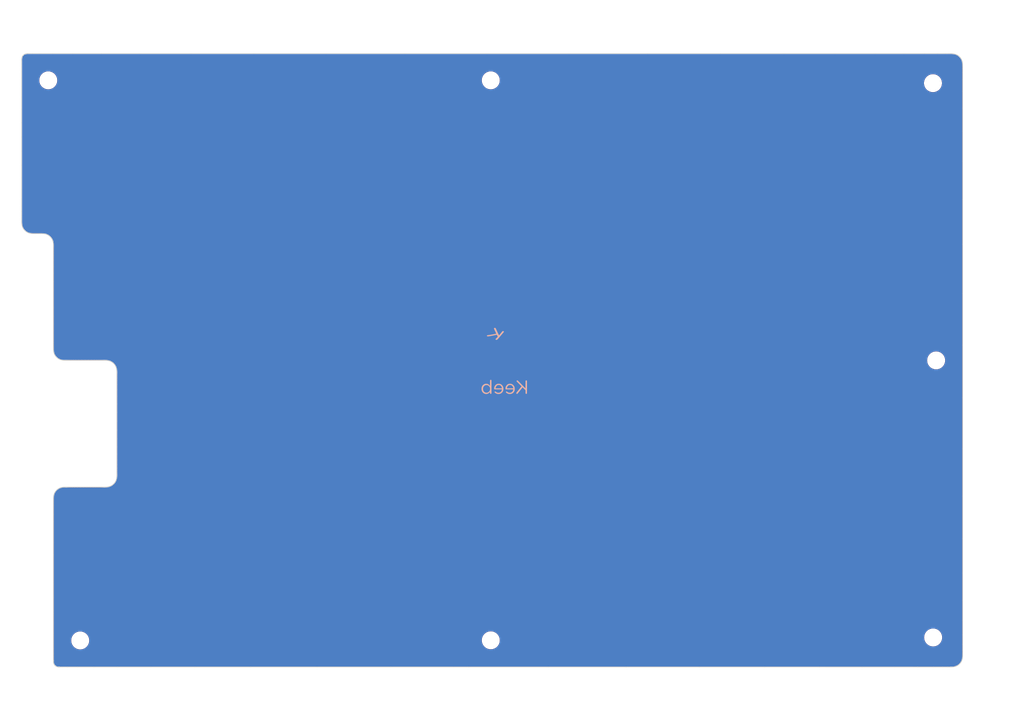
<source format=kicad_pcb>
(kicad_pcb (version 20221018) (generator pcbnew)
  (layers (0 "F.Cu" signal) (31 "B.Cu" signal) (34 "B.Paste" user) (35 "F.Paste" user) (36 "B.SilkS" user "B.Silkscreen") (37 "F.SilkS" user "F.Silkscreen") (38 "B.Mask" user) (39 "F.Mask" user) (44 "Edge.Cuts" user))
  (net 0 "")
  (footprint "Mounting_Holes:MountingHole_2.2mm_M2" (layer "B.Cu") (at 23.55 37.1)
    (fp_text reference "REF**" hide)
    (fp_text value "MountingHole_2.2mm_M2" hide)
    (pad "" np_thru_hole circle (at 0 0) (size 2.2 2.2) (drill 2.2) (layers "*.Cu" "*.Mask"))
  )
  (footprint "Mounting_Holes:MountingHole_2.2mm_M2" (layer "B.Cu") (at 90.025 37.1)
    (fp_text reference "REF**" hide)
    (fp_text value "MountingHole_2.2mm_M2" hide)
    (pad "" np_thru_hole circle (at 0 0) (size 2.2 2.2) (drill 2.2) (layers "*.Cu" "*.Mask"))
  )
  (footprint "Mounting_Holes:MountingHole_2.2mm_M2" (layer "B.Cu") (at 156.45 37.525)
    (fp_text reference "REF**" hide)
    (fp_text value "MountingHole_2.2mm_M2" hide)
    (pad "" np_thru_hole circle (at 0 0) (size 2.2 2.2) (drill 2.2) (layers "*.Cu" "*.Mask"))
  )
  (footprint "Mounting_Holes:MountingHole_2.2mm_M2" (layer "B.Cu") (at 156.925 79.2)
    (fp_text reference "REF**" hide)
    (fp_text value "MountingHole_2.2mm_M2" hide)
    (pad "" np_thru_hole circle (at 0 0) (size 2.2 2.2) (drill 2.2) (layers "*.Cu" "*.Mask"))
  )
  (footprint "Mounting_Holes:MountingHole_2.2mm_M2" (layer "B.Cu") (at 156.475 120.85)
    (fp_text reference "REF**" hide)
    (fp_text value "MountingHole_2.2mm_M2" hide)
    (pad "" np_thru_hole circle (at 0 0) (size 2.2 2.2) (drill 2.2) (layers "*.Cu" "*.Mask"))
  )
  (footprint "Mounting_Holes:MountingHole_2.2mm_M2" (layer "B.Cu") (at 90.025 121.275)
    (fp_text reference "REF**" hide)
    (fp_text value "MountingHole_2.2mm_M2" hide)
    (pad "" np_thru_hole circle (at 0 0) (size 2.2 2.2) (drill 2.2) (layers "*.Cu" "*.Mask"))
  )
  (footprint "Mounting_Holes:MountingHole_2.2mm_M2" (layer "B.Cu") (at 28.35 121.3)
    (fp_text reference "REF**" hide)
    (fp_text value "MountingHole_2.2mm_M2" hide)
    (pad "" np_thru_hole circle (at 0 0) (size 2.2 2.2) (drill 2.2) (layers "*.Cu" "*.Mask"))
  )
  (footprint "Keebio-Art:Keebio-TwoTone" (layer "B.Cu") (at 90.7 78.575 180)
    (fp_text reference "G***" hide)
    (fp_text value "LOGO" hide)
  )
  (gr_line (start 139.399376 125.292731) (end 131.178477 125.292655) (stroke (width 0.1)) (layer "Edge.Cuts"))
  (gr_line (start 25.244029 79.037929) (end 25.126577 78.977274) (stroke (width 0.1)) (layer "Edge.Cuts"))
  (gr_line (start 32.059573 79.191686) (end 31.994671 79.191668) (stroke (width 0.1)) (layer "Edge.Cuts"))
  (gr_line (start 160.911855 61.732023) (end 160.911855 69.136973) (stroke (width 0.1)) (layer "Edge.Cuts"))
  (gr_line (start 159.352025 125.286169) (end 159.25394 125.290932) (stroke (width 0.1)) (layer "Edge.Cuts"))
  (gr_line (start 26.583295 79.191668) (end 26.452992 79.191668) (stroke (width 0.1)) (layer "Edge.Cuts"))
  (gr_line (start 25.077738 98.485479) (end 25.193523 98.419778) (stroke (width 0.1)) (layer "Edge.Cuts"))
  (gr_line (start 32.332937 79.201738) (end 32.230711 79.195223) (stroke (width 0.1)) (layer "Edge.Cuts"))
  (gr_line (start 20.309657 59.894332) (end 20.198878 59.817115) (stroke (width 0.1)) (layer "Edge.Cuts"))
  (gr_line (start 22.246709 60.141668) (end 22.208934 60.141668) (stroke (width 0.1)) (layer "Edge.Cuts"))
  (gr_line (start 160.911855 35.032885) (end 160.911855 35.317473) (stroke (width 0.1)) (layer "Edge.Cuts"))
  (gr_line (start 159.985017 33.24274) (end 160.102647 33.302799) (stroke (width 0.1)) (layer "Edge.Cuts"))
  (gr_line (start 20.425236 59.960601) (end 20.309657 59.894332) (stroke (width 0.1)) (layer "Edge.Cuts"))
  (gr_line (start 24.331742 99.774161) (end 24.342498 99.664989) (stroke (width 0.1)) (layer "Edge.Cuts"))
  (gr_line (start 29.356594 98.241668) (end 29.839945 98.241668) (stroke (width 0.1)) (layer "Edge.Cuts"))
  (gr_line (start 19.643671 33.541078) (end 19.675385 33.482549) (stroke (width 0.1)) (layer "Edge.Cuts"))
  (gr_line (start 160.102647 33.302799) (end 160.21609 33.374419) (stroke (width 0.1)) (layer "Edge.Cuts"))
  (gr_line (start 24.422906 124.879127) (end 24.39399 124.820249) (stroke (width 0.1)) (layer "Edge.Cuts"))
  (gr_line (start 157.91962 125.292902) (end 156.482888 125.292889) (stroke (width 0.1)) (layer "Edge.Cuts"))
  (gr_line (start 24.643651 125.132022) (end 24.591286 125.088916) (stroke (width 0.1)) (layer "Edge.Cuts"))
  (gr_line (start 33.84554 96.599133) (end 33.847672 96.510354) (stroke (width 0.1)) (layer "Edge.Cuts"))
  (gr_line (start 33.770932 80.322567) (end 33.731134 80.201273) (stroke (width 0.1)) (layer "Edge.Cuts"))
  (gr_line (start 19.675385 33.482549) (end 19.712746 33.426275) (stroke (width 0.1)) (layer "Edge.Cuts"))
  (gr_line (start 24.593324 98.955694) (end 24.673712 98.84665) (stroke (width 0.1)) (layer "Edge.Cuts"))
  (gr_line (start 19.562988 33.890211) (end 19.566867 33.837738) (stroke (width 0.1)) (layer "Edge.Cuts"))
  (gr_line (start 33.848056 81.301514) (end 33.848056 81.172087) (stroke (width 0.1)) (layer "Edge.Cuts"))
  (gr_line (start 33.75531 97.16251) (end 33.789046 97.041357) (stroke (width 0.1)) (layer "Edge.Cuts"))
  (gr_line (start 26.522698 98.241668) (end 26.678432 98.241668) (stroke (width 0.1)) (layer "Edge.Cuts"))
  (gr_line (start 26.107969 79.191643) (end 26.028026 79.190879) (stroke (width 0.1)) (layer "Edge.Cuts"))
  (gr_line (start 24.323056 77.353913) (end 24.323056 77.290428) (stroke (width 0.1)) (layer "Edge.Cuts"))
  (gr_line (start 24.323056 100.572498) (end 24.323056 100.329418) (stroke (width 0.1)) (layer "Edge.Cuts"))
  (gr_line (start 53.954713 125.291942) (end 45.558286 125.291864) (stroke (width 0.1)) (layer "Edge.Cuts"))
  (gr_line (start 86.730226 125.292244) (end 74.994157 125.292136) (stroke (width 0.1)) (layer "Edge.Cuts"))
  (gr_line (start 33.653843 97.401964) (end 33.710682 97.283431) (stroke (width 0.1)) (layer "Edge.Cuts"))
  (gr_line (start 20.022675 33.16881) (end 20.083084 33.144558) (stroke (width 0.1)) (layer "Edge.Cuts"))
  (gr_line (start 24.323056 76.865628) (end 24.323056 76.55432) (stroke (width 0.1)) (layer "Edge.Cuts"))
  (gr_line (start 33.848056 87.001093) (end 33.848056 85.737707) (stroke (width 0.1)) (layer "Edge.Cuts"))
  (gr_line (start 24.936637 125.265885) (end 24.876445 125.250378) (stroke (width 0.1)) (layer "Edge.Cuts"))
  (gr_line (start 160.909339 123.650378) (end 160.903935 123.750105) (stroke (width 0.1)) (layer "Edge.Cuts"))
  (gr_line (start 110.362558 125.292463) (end 98.671193 125.292355) (stroke (width 0.1)) (layer "Edge.Cuts"))
  (gr_line (start 19.560991 58.41443) (end 19.560558 58.338133) (stroke (width 0.1)) (layer "Edge.Cuts"))
  (gr_line (start 24.323056 68.643444) (end 24.323056 67.339112) (stroke (width 0.1)) (layer "Edge.Cuts"))
  (gr_line (start 19.75788 59.307703) (end 19.700433 59.189332) (stroke (width 0.1)) (layer "Edge.Cuts"))
  (gr_line (start 25.63963 125.29168) (end 25.312443 125.291677) (stroke (width 0.1)) (layer "Edge.Cuts"))
  (gr_line (start 26.261919 98.241668) (end 26.325716 98.241668) (stroke (width 0.1)) (layer "Edge.Cuts"))
  (gr_line (start 24.323056 112.6747) (end 24.323056 110.528668) (stroke (width 0.1)) (layer "Edge.Cuts"))
  (gr_line (start 24.322621 61.868906) (end 24.320364 61.779536) (stroke (width 0.1)) (layer "Edge.Cuts"))
  (gr_line (start 160.911855 118.284439) (end 160.911855 120.448525) (stroke (width 0.1)) (layer "Edge.Cuts"))
  (gr_line (start 24.323056 124.203383) (end 24.323056 124.032343) (stroke (width 0.1)) (layer "Edge.Cuts"))
  (gr_line (start 32.395404 98.225611) (end 32.509407 98.21023) (stroke (width 0.1)) (layer "Edge.Cuts"))
  (gr_line (start 24.323056 65.052312) (end 24.323056 64.169758) (stroke (width 0.1)) (layer "Edge.Cuts"))
  (gr_line (start 24.323056 62.182398) (end 24.323056 62.078678) (stroke (width 0.1)) (layer "Edge.Cuts"))
  (gr_line (start 33.846761 80.873512) (end 33.842937 80.778178) (stroke (width 0.1)) (layer "Edge.Cuts"))
  (gr_line (start 26.452992 79.191668) (end 26.358141 79.191668) (stroke (width 0.1)) (layer "Edge.Cuts"))
  (gr_line (start 24.323301 124.43338) (end 24.323058 124.39503) (stroke (width 0.1)) (layer "Edge.Cuts"))
  (gr_line (start 19.827134 59.422136) (end 19.75788 59.307703) (stroke (width 0.1)) (layer "Edge.Cuts"))
  (gr_line (start 31.938708 79.191668) (end 31.880564 79.191668) (stroke (width 0.1)) (layer "Edge.Cuts"))
  (gr_line (start 24.34132 124.640209) (end 24.33274 124.582715) (stroke (width 0.1)) (layer "Edge.Cuts"))
  (gr_line (start 24.325933 99.874843) (end 24.331742 99.774161) (stroke (width 0.1)) (layer "Edge.Cuts"))
  (gr_line (start 24.323056 102.342369) (end 24.323056 101.536179) (stroke (width 0.1)) (layer "Edge.Cuts"))
  (gr_line (start 33.848055 96.434757) (end 33.848056 96.37151) (stroke (width 0.1)) (layer "Edge.Cuts"))
  (gr_line (start 31.808964 79.191668) (end 31.712633 79.191668) (stroke (width 0.1)) (layer "Edge.Cuts"))
  (gr_line (start 33.679586 80.081489) (end 33.6158 79.965037) (stroke (width 0.1)) (layer "Edge.Cuts"))
  (gr_line (start 31.540339 33.091668) (end 37.384548 33.091668) (stroke (width 0.1)) (layer "Edge.Cuts"))
  (gr_line (start 19.560556 51.77736) (end 19.560556 49.837355) (stroke (width 0.1)) (layer "Edge.Cuts"))
  (gr_line (start 19.560556 47.753185) (end 19.560556 45.606655) (stroke (width 0.1)) (layer "Edge.Cuts"))
  (gr_line (start 24.384944 99.430115) (end 24.419684 99.308885) (stroke (width 0.1)) (layer "Edge.Cuts"))
  (gr_line (start 21.605803 60.141668) (end 21.578205 60.141668) (stroke (width 0.1)) (layer "Edge.Cuts"))
  (gr_line (start 24.324243 77.505424) (end 24.323133 77.422633) (stroke (width 0.1)) (layer "Edge.Cuts"))
  (gr_line (start 24.323056 122.526528) (end 24.323056 121.557308) (stroke (width 0.1)) (layer "Edge.Cuts"))
  (gr_line (start 33.829934 96.807295) (end 33.840136 96.698859) (stroke (width 0.1)) (layer "Edge.Cuts"))
  (gr_line (start 33.848056 93.282354) (end 33.848056 92.201511) (stroke (width 0.1)) (layer "Edge.Cuts"))
  (gr_line (start 22.398929 60.141668) (end 22.362793 60.141668) (stroke (width 0.1)) (layer "Edge.Cuts"))
  (gr_line (start 20.083084 33.144558) (end 20.143959 33.12601) (stroke (width 0.1)) (layer "Edge.Cuts"))
  (gr_line (start 32.509407 98.21023) (end 32.628015 98.187254) (stroke (width 0.1)) (layer "Edge.Cuts"))
  (gr_line (start 20.369685 33.093563) (end 20.416064 33.092064) (stroke (width 0.1)) (layer "Edge.Cuts"))
  (gr_line (start 22.864955 60.157137) (end 22.758188 60.148086) (stroke (width 0.1)) (layer "Edge.Cuts"))
  (gr_line (start 33.848056 85.737707) (end 33.848056 84.591401) (stroke (width 0.1)) (layer "Edge.Cuts"))
  (gr_line (start 23.458376 60.322735) (end 23.33918 60.268542) (stroke (width 0.1)) (layer "Edge.Cuts"))
  (gr_line (start 160.425738 33.547666) (end 160.519608 33.646957) (stroke (width 0.1)) (layer "Edge.Cuts"))
  (gr_line (start 158.851089 33.091667) (end 159.050729 33.091667) (stroke (width 0.1)) (layer "Edge.Cuts"))
  (gr_line (start 19.560556 57.795609) (end 19.560556 57.399506) (stroke (width 0.1)) (layer "Edge.Cuts"))
  (gr_line (start 160.906736 34.678177) (end 160.910559 34.773511) (stroke (width 0.1)) (layer "Edge.Cuts"))
  (gr_line (start 26.325716 98.241668) (end 26.408884 98.241668) (stroke (width 0.1)) (layer "Edge.Cuts"))
  (gr_line (start 160.911855 120.448525) (end 160.911855 121.891201) (stroke (width 0.1)) (layer "Edge.Cuts"))
  (gr_line (start 24.369407 77.934325) (end 24.34896 77.816911) (stroke (width 0.1)) (layer "Edge.Cuts"))
  (gr_line (start 23.097108 60.194752) (end 22.978674 60.172185) (stroke (width 0.1)) (layer "Edge.Cuts"))
  (gr_line (start 33.848056 92.201511) (end 33.848056 90.981767) (stroke (width 0.1)) (layer "Edge.Cuts"))
  (gr_line (start 24.419684 99.308885) (end 24.465466 99.188109) (stroke (width 0.1)) (layer "Edge.Cuts"))
  (gr_line (start 31.994671 79.191668) (end 31.938708 79.191668) (stroke (width 0.1)) (layer "Edge.Cuts"))
  (gr_line (start 26.075565 98.241844) (end 26.147338 98.241668) (stroke (width 0.1)) (layer "Edge.Cuts"))
  (gr_line (start 33.977388 125.291757) (end 30.382224 125.291724) (stroke (width 0.1)) (layer "Edge.Cuts"))
  (gr_line (start 20.456177 33.09168) (end 20.495167 33.091668) (stroke (width 0.1)) (layer "Edge.Cuts"))
  (gr_line (start 24.324489 124.478187) (end 24.323301 124.43338) (stroke (width 0.1)) (layer "Edge.Cuts"))
  (gr_line (start 160.911855 99.617628) (end 160.911855 105.952659) (stroke (width 0.1)) (layer "Edge.Cuts"))
  (gr_line (start 156.482888 125.292889) (end 154.141628 125.292867) (stroke (width 0.1)) (layer "Edge.Cuts"))
  (gr_line (start 159.573192 125.261479) (end 159.459188 125.276859) (stroke (width 0.1)) (layer "Edge.Cuts"))
  (gr_line (start 21.125424 60.13525) (end 21.018657 60.126199) (stroke (width 0.1)) (layer "Edge.Cuts"))
  (gr_line (start 24.876445 125.250378) (end 24.816076 125.229645) (stroke (width 0.1)) (layer "Edge.Cuts"))
  (gr_line (start 19.560556 34.14691) (end 19.560556 34.056607) (stroke (width 0.1)) (layer "Edge.Cuts"))
  (gr_line (start 27.676621 79.191668) (end 27.299641 79.191668) (stroke (width 0.1)) (layer "Edge.Cuts"))
  (gr_line (start 24.323056 124.277166) (end 24.323056 124.203383) (stroke (width 0.1)) (layer "Edge.Cuts"))
  (gr_line (start 121.349819 125.292564) (end 110.362558 125.292463) (stroke (width 0.1)) (layer "Edge.Cuts"))
  (gr_line (start 26.760324 79.191668) (end 26.583295 79.191668) (stroke (width 0.1)) (layer "Edge.Cuts"))
  (gr_line (start 160.893733 123.858542) (end 160.877211 123.973454) (stroke (width 0.1)) (layer "Edge.Cuts"))
  (gr_line (start 24.323056 117.291668) (end 24.323056 117.291668) (stroke (width 0.1)) (layer "Edge.Cuts"))
  (gr_line (start 30.854545 79.191668) (end 30.474331 79.191668) (stroke (width 0.1)) (layer "Edge.Cuts"))
  (gr_line (start 26.206218 98.241668) (end 26.261919 98.241668) (stroke (width 0.1)) (layer "Edge.Cuts"))
  (gr_line (start 24.488699 78.296024) (end 24.437758 78.176115) (stroke (width 0.1)) (layer "Edge.Cuts"))
  (gr_line (start 32.190157 98.239686) (end 32.288242 98.234922) (stroke (width 0.1)) (layer "Edge.Cuts"))
  (gr_line (start 25.554905 98.293443) (end 25.673159 98.271281) (stroke (width 0.1)) (layer "Edge.Cuts"))
  (gr_line (start 21.907816 60.141668) (end 21.84113 60.141668) (stroke (width 0.1)) (layer "Edge.Cuts"))
  (gr_line (start 19.560556 53.491396) (end 19.560556 51.77736) (stroke (width 0.1)) (layer "Edge.Cuts"))
  (gr_line (start 160.911855 84.805269) (end 160.911855 92.468475) (stroke (width 0.1)) (layer "Edge.Cuts"))
  (gr_line (start 19.560556 35.122262) (end 19.560556 34.637892) (stroke (width 0.1)) (layer "Edge.Cuts"))
  (gr_line (start 25.231784 125.291676) (end 25.195978 125.291588) (stroke (width 0.1)) (layer "Edge.Cuts"))
  (gr_line (start 157.130183 33.091667) (end 158.289981 33.091667) (stroke (width 0.1)) (layer "Edge.Cuts"))
  (gr_line (start 21.778325 60.141668) (end 21.721988 60.141668) (stroke (width 0.1)) (layer "Edge.Cuts"))
  (gr_line (start 32.288242 98.234922) (end 32.395404 98.225611) (stroke (width 0.1)) (layer "Edge.Cuts"))
  (gr_line (start 19.560556 45.606655) (end 19.560556 43.47957) (stroke (width 0.1)) (layer "Edge.Cuts"))
  (gr_line (start 159.294509 33.095221) (end 159.396736 33.101737) (stroke (width 0.1)) (layer "Edge.Cuts"))
  (gr_line (start 160.911855 35.317473) (end 160.911855 35.93248) (stroke (width 0.1)) (layer "Edge.Cuts"))
  (gr_line (start 24.323056 62.971151) (end 24.323056 62.601157) (stroke (width 0.1)) (layer "Edge.Cuts"))
  (gr_line (start 101.746536 33.091667) (end 113.600816 33.091667) (stroke (width 0.1)) (layer "Edge.Cuts"))
  (gr_line (start 24.323056 76.112361) (end 24.323056 75.512274) (stroke (width 0.1)) (layer "Edge.Cuts"))
  (gr_line (start 33.361939 79.647667) (end 33.260377 79.556432) (stroke (width 0.1)) (layer "Edge.Cuts"))
  (gr_line (start 24.323056 106.517645) (end 24.323056 104.816313) (stroke (width 0.1)) (layer "Edge.Cuts"))
  (gr_line (start 24.52352 99.069903) (end 24.593324 98.955694) (stroke (width 0.1)) (layer "Edge.Cuts"))
  (gr_line (start 24.542447 125.041491) (end 24.497717 124.99033) (stroke (width 0.1)) (layer "Edge.Cuts"))
  (gr_line (start 25.605755 79.150347) (end 25.485741 79.123226) (stroke (width 0.1)) (layer "Edge.Cuts"))
  (gr_line (start 20.495167 33.091668) (end 20.657907 33.091668) (stroke (width 0.1)) (layer "Edge.Cuts"))
  (gr_line (start 33.104525 97.990781) (end 33.215037 97.913056) (stroke (width 0.1)) (layer "Edge.Cuts"))
  (gr_line (start 24.591286 125.088916) (end 24.542447 125.041491) (stroke (width 0.1)) (layer "Edge.Cuts"))
  (gr_line (start 65.311784 33.091668) (end 77.131342 33.091667) (stroke (width 0.1)) (layer "Edge.Cuts"))
  (gr_line (start 160.911855 121.891201) (end 160.911855 122.76438) (stroke (width 0.1)) (layer "Edge.Cuts"))
  (gr_line (start 24.327902 77.600225) (end 24.324243 77.505424) (stroke (width 0.1)) (layer "Edge.Cuts"))
  (gr_line (start 33.319523 97.825609) (end 33.416814 97.729608) (stroke (width 0.1)) (layer "Edge.Cuts"))
  (gr_line (start 24.323056 110.528668) (end 24.323056 108.44904) (stroke (width 0.1)) (layer "Edge.Cuts"))
  (gr_line (start 21.84113 60.141668) (end 21.778325 60.141668) (stroke (width 0.1)) (layer "Edge.Cuts"))
  (gr_line (start 24.437758 78.176115) (end 24.398499 78.054805) (stroke (width 0.1)) (layer "Edge.Cuts"))
  (gr_line (start 28.377724 98.241668) (end 28.862923 98.241668) (stroke (width 0.1)) (layer "Edge.Cuts"))
  (gr_line (start 33.848056 90.981767) (end 33.848056 89.674319) (stroke (width 0.1)) (layer "Edge.Cuts"))
  (gr_line (start 24.323056 124.29564) (end 24.323056 124.295011) (stroke (width 0.1)) (layer "Edge.Cuts"))
  (gr_line (start 24.323056 63.484859) (end 24.323056 62.971151) (stroke (width 0.1)) (layer "Edge.Cuts"))
  (gr_line (start 160.911855 115.247026) (end 160.911855 118.284439) (stroke (width 0.1)) (layer "Edge.Cuts"))
  (gr_line (start 134.04935 33.091667) (end 141.759732 33.091667) (stroke (width 0.1)) (layer "Edge.Cuts"))
  (gr_line (start 33.847961 80.956946) (end 33.846761 80.873512) (stroke (width 0.1)) (layer "Edge.Cuts"))
  (gr_line (start 160.604618 33.753137) (end 160.679599 33.865036) (stroke (width 0.1)) (layer "Edge.Cuts"))
  (gr_line (start 24.465466 99.188109) (end 24.52352 99.069903) (stroke (width 0.1)) (layer "Edge.Cuts"))
  (gr_line (start 32.989155 98.057616) (end 33.104525 97.990781) (stroke (width 0.1)) (layer "Edge.Cuts"))
  (gr_line (start 33.848056 89.674319) (end 33.848056 88.330363) (stroke (width 0.1)) (layer "Edge.Cuts"))
  (gr_line (start 30.294186 98.241668) (end 30.700529 98.241668) (stroke (width 0.1)) (layer "Edge.Cuts"))
  (gr_line (start 24.323056 100.188452) (end 24.323056 100.106804) (stroke (width 0.1)) (layer "Edge.Cuts"))
  (gr_line (start 19.560556 58.189701) (end 19.560556 58.044747) (stroke (width 0.1)) (layer "Edge.Cuts"))
  (gr_line (start 24.763515 98.743938) (end 24.861566 98.648727) (stroke (width 0.1)) (layer "Edge.Cuts"))
  (gr_line (start 30.382224 125.291724) (end 27.946334 125.291701) (stroke (width 0.1)) (layer "Edge.Cuts"))
  (gr_line (start 160.911855 38.761405) (end 160.911855 41.279153) (stroke (width 0.1)) (layer "Edge.Cuts"))
  (gr_line (start 160.774479 124.33468) (end 160.717639 124.453214) (stroke (width 0.1)) (layer "Edge.Cuts"))
  (gr_line (start 155.134479 33.091667) (end 157.130183 33.091667) (stroke (width 0.1)) (layer "Edge.Cuts"))
  (gr_line (start 31.400677 79.191668) (end 31.162502 79.191668) (stroke (width 0.1)) (layer "Edge.Cuts"))
  (gr_line (start 160.168315 125.042032) (end 160.052944 125.108867) (stroke (width 0.1)) (layer "Edge.Cuts"))
  (gr_line (start 21.309162 60.141461) (end 21.223005 60.139829) (stroke (width 0.1)) (layer "Edge.Cuts"))
  (gr_line (start 24.327383 124.528336) (end 24.324489 124.478187) (stroke (width 0.1)) (layer "Edge.Cuts"))
  (gr_line (start 27.946334 125.291701) (end 26.441532 125.291688) (stroke (width 0.1)) (layer "Edge.Cuts"))
  (gr_line (start 33.585142 97.516618) (end 33.653843 97.401964) (stroke (width 0.1)) (layer "Edge.Cuts"))
  (gr_line (start 24.359724 99.549561) (end 24.384944 99.430115) (stroke (width 0.1)) (layer "Edge.Cuts"))
  (gr_line (start 23.789543 60.553217) (end 23.684734 60.466221) (stroke (width 0.1)) (layer "Edge.Cuts"))
  (gr_line (start 24.228382 61.214855) (end 24.183179 61.094004) (stroke (width 0.1)) (layer "Edge.Cuts"))
  (gr_line (start 25.052039 125.284255) (end 24.99554 125.276924) (stroke (width 0.1)) (layer "Edge.Cuts"))
  (gr_line (start 24.861566 98.648727) (end 24.966697 98.562185) (stroke (width 0.1)) (layer "Edge.Cuts"))
  (gr_line (start 19.560556 43.47957) (end 19.560556 41.453736) (stroke (width 0.1)) (layer "Edge.Cuts"))
  (gr_line (start 24.323054 61.945204) (end 24.322621 61.868906) (stroke (width 0.1)) (layer "Edge.Cuts"))
  (gr_line (start 45.558286 125.291864) (end 38.960013 125.291803) (stroke (width 0.1)) (layer "Edge.Cuts"))
  (gr_line (start 25.892957 98.247769) (end 25.990027 98.24337) (stroke (width 0.1)) (layer "Edge.Cuts"))
  (gr_line (start 24.323056 66.125003) (end 24.323056 65.052312) (stroke (width 0.1)) (layer "Edge.Cuts"))
  (gr_line (start 21.484683 60.141668) (end 21.439355 60.141668) (stroke (width 0.1)) (layer "Edge.Cuts"))
  (gr_line (start 30.038208 79.191668) (end 29.564966 79.191668) (stroke (width 0.1)) (layer "Edge.Cuts"))
  (gr_line (start 24.673712 98.84665) (end 24.763515 98.743938) (stroke (width 0.1)) (layer "Edge.Cuts"))
  (gr_line (start 19.560556 36.777989) (end 19.560556 35.821679) (stroke (width 0.1)) (layer "Edge.Cuts"))
  (gr_line (start 24.323056 77.206204) (end 24.323056 77.073763) (stroke (width 0.1)) (layer "Edge.Cuts"))
  (gr_line (start 33.848056 94.869021) (end 33.848056 94.174993) (stroke (width 0.1)) (layer "Edge.Cuts"))
  (gr_line (start 160.911855 69.136973) (end 160.911855 76.928078) (stroke (width 0.1)) (layer "Edge.Cuts"))
  (gr_line (start 26.441532 125.291688) (end 25.63963 125.29168) (stroke (width 0.1)) (layer "Edge.Cuts"))
  (gr_line (start 159.050729 33.091667) (end 159.123372 33.091684) (stroke (width 0.1)) (layer "Edge.Cuts"))
  (gr_line (start 22.978674 60.172185) (end 22.864955 60.157137) (stroke (width 0.1)) (layer "Edge.Cuts"))
  (gr_line (start 24.323133 77.422633) (end 24.323056 77.353913) (stroke (width 0.1)) (layer "Edge.Cuts"))
  (gr_line (start 113.600816 33.091667) (end 124.525313 33.091667) (stroke (width 0.1)) (layer "Edge.Cuts"))
  (gr_line (start 24.262618 61.336049) (end 24.228382 61.214855) (stroke (width 0.1)) (layer "Edge.Cuts"))
  (gr_line (start 24.323056 114.805305) (end 24.323056 112.6747) (stroke (width 0.1)) (layer "Edge.Cuts"))
  (gr_line (start 21.018657 60.126199) (end 20.904938 60.111152) (stroke (width 0.1)) (layer "Edge.Cuts"))
  (gr_line (start 33.840136 96.698859) (end 33.84554 96.599133) (stroke (width 0.1)) (layer "Edge.Cuts"))
  (gr_line (start 24.32306 100.041791) (end 24.323547 99.964798) (stroke (width 0.1)) (layer "Edge.Cuts"))
  (gr_line (start 33.540819 79.853138) (end 33.455809 79.746959) (stroke (width 0.1)) (layer "Edge.Cuts"))
  (gr_line (start 159.093945 125.292913) (end 158.996018 125.292912) (stroke (width 0.1)) (layer "Edge.Cuts"))
  (gr_line (start 37.384548 33.091668) (end 45.002139 33.091668) (stroke (width 0.1)) (layer "Edge.Cuts"))
  (gr_line (start 29.073397 79.191668) (end 28.582289 79.191668) (stroke (width 0.1)) (layer "Edge.Cuts"))
  (gr_line (start 24.323056 123.23483) (end 24.323056 122.526528) (stroke (width 0.1)) (layer "Edge.Cuts"))
  (gr_line (start 22.758188 60.148086) (end 22.660607 60.143507) (stroke (width 0.1)) (layer "Edge.Cuts"))
  (gr_line (start 32.138844 79.19238) (end 32.059573 79.191686) (stroke (width 0.1)) (layer "Edge.Cuts"))
  (gr_line (start 19.561152 33.937779) (end 19.562988 33.890211) (stroke (width 0.1)) (layer "Edge.Cuts"))
  (gr_line (start 24.323056 76.55432) (end 24.323056 76.112361) (stroke (width 0.1)) (layer "Edge.Cuts"))
  (gr_line (start 160.480608 124.78086) (end 160.383315 124.87686) (stroke (width 0.1)) (layer "Edge.Cuts"))
  (gr_line (start 22.501951 60.141668) (end 22.444257 60.141668) (stroke (width 0.1)) (layer "Edge.Cuts"))
  (gr_line (start 22.277809 60.141668) (end 22.246709 60.141668) (stroke (width 0.1)) (layer "Edge.Cuts"))
  (gr_line (start 25.195978 125.291588) (end 25.153371 125.290828) (stroke (width 0.1)) (layer "Edge.Cuts"))
  (gr_line (start 24.323056 74.726581) (end 24.323056 73.739075) (stroke (width 0.1)) (layer "Edge.Cuts"))
  (gr_line (start 160.717639 124.453214) (end 160.648938 124.567868) (stroke (width 0.1)) (layer "Edge.Cuts"))
  (gr_line (start 24.323056 100.329418) (end 24.323056 100.188452) (stroke (width 0.1)) (layer "Edge.Cuts"))
  (gr_line (start 38.960013 125.291803) (end 33.977388 125.291757) (stroke (width 0.1)) (layer "Edge.Cuts"))
  (gr_line (start 25.013371 78.905116) (end 24.905578 78.822623) (stroke (width 0.1)) (layer "Edge.Cuts"))
  (gr_line (start 63.917485 125.292034) (end 53.954713 125.291942) (stroke (width 0.1)) (layer "Edge.Cuts"))
  (gr_line (start 160.743385 33.981487) (end 160.794932 34.101272) (stroke (width 0.1)) (layer "Edge.Cuts"))
  (gr_line (start 25.935598 79.187891) (end 25.832919 79.181156) (stroke (width 0.1)) (layer "Edge.Cuts"))
  (gr_line (start 159.396736 33.101737) (end 159.507087 33.113448) (stroke (width 0.1)) (layer "Edge.Cuts"))
  (gr_line (start 27.299641 79.191668) (end 26.995355 79.191668) (stroke (width 0.1)) (layer "Edge.Cuts"))
  (gr_line (start 25.485741 79.123226) (end 25.36442 79.086261) (stroke (width 0.1)) (layer "Edge.Cuts"))
  (gr_line (start 33.848056 96.194481) (end 33.848056 96.025758) (stroke (width 0.1)) (layer "Edge.Cuts"))
  (gr_line (start 22.208934 60.141668) (end 22.161624 60.141668) (stroke (width 0.1)) (layer "Edge.Cuts"))
  (gr_line (start 33.847672 96.510354) (end 33.848055 96.434757) (stroke (width 0.1)) (layer "Edge.Cuts"))
  (gr_line (start 24.323056 124.364104) (end 24.323056 124.34031) (stroke (width 0.1)) (layer "Edge.Cuts"))
  (gr_line (start 24.183179 61.094004) (end 24.125732 60.975633) (stroke (width 0.1)) (layer "Edge.Cuts"))
  (gr_line (start 24.323547 99.964798) (end 24.325933 99.874843) (stroke (width 0.1)) (layer "Edge.Cuts"))
  (gr_line (start 160.911855 55.013297) (end 160.911855 61.732023) (stroke (width 0.1)) (layer "Edge.Cuts"))
  (gr_line (start 160.324176 33.45643) (end 160.425738 33.547666) (stroke (width 0.1)) (layer "Edge.Cuts"))
  (gr_line (start 33.731134 80.201273) (end 33.679586 80.081489) (stroke (width 0.1)) (layer "Edge.Cuts"))
  (gr_line (start 33.800488 80.44314) (end 33.770932 80.322567) (stroke (width 0.1)) (layer "Edge.Cuts"))
  (gr_line (start 33.848056 81.172087) (end 33.848056 81.089526) (stroke (width 0.1)) (layer "Edge.Cuts"))
  (gr_line (start 20.904938 60.111152) (end 20.786504 60.088584) (stroke (width 0.1)) (layer "Edge.Cuts"))
  (gr_line (start 20.204179 33.112402) (end 20.262621 33.102967) (stroke (width 0.1)) (layer "Edge.Cuts"))
  (gr_line (start 23.684734 60.466221) (end 23.573955 60.389004) (stroke (width 0.1)) (layer "Edge.Cuts"))
  (gr_line (start 19.560556 58.044747) (end 19.560556 57.795609) (stroke (width 0.1)) (layer "Edge.Cuts"))
  (gr_line (start 33.834967 80.673181) (end 33.821325 80.560756) (stroke (width 0.1)) (layer "Edge.Cuts"))
  (gr_line (start 30.700529 98.241668) (end 31.040416 98.241668) (stroke (width 0.1)) (layer "Edge.Cuts"))
  (gr_line (start 25.722226 79.169149) (end 25.605755 79.150347) (stroke (width 0.1)) (layer "Edge.Cuts"))
  (gr_line (start 33.6158 79.965037) (end 33.540819 79.853138) (stroke (width 0.1)) (layer "Edge.Cuts"))
  (gr_line (start 19.560558 58.338133) (end 19.560556 58.273254) (stroke (width 0.1)) (layer "Edge.Cuts"))
  (gr_line (start 21.439355 60.141668) (end 21.381661 60.141668) (stroke (width 0.1)) (layer "Edge.Cuts"))
  (gr_line (start 26.173546 79.191668) (end 26.107969 79.191643) (stroke (width 0.1)) (layer "Edge.Cuts"))
  (gr_line (start 20.262621 33.102967) (end 20.318164 33.096943) (stroke (width 0.1)) (layer "Edge.Cuts"))
  (gr_line (start 24.323056 103.421854) (end 24.323056 102.342369) (stroke (width 0.1)) (layer "Edge.Cuts"))
  (gr_line (start 158.289981 33.091667) (end 158.851089 33.091667) (stroke (width 0.1)) (layer "Edge.Cuts"))
  (gr_line (start 24.497717 124.99033) (end 24.457676 124.936015) (stroke (width 0.1)) (layer "Edge.Cuts"))
  (gr_line (start 159.202643 33.092378) (end 159.294509 33.095221) (stroke (width 0.1)) (layer "Edge.Cuts"))
  (gr_line (start 24.323056 124.295011) (end 24.323056 124.294607) (stroke (width 0.1)) (layer "Edge.Cuts"))
  (gr_line (start 74.994157 125.292136) (end 63.917485 125.292034) (stroke (width 0.1)) (layer "Edge.Cuts"))
  (gr_line (start 25.153371 125.290828) (end 25.10502 125.288637) (stroke (width 0.1)) (layer "Edge.Cuts"))
  (gr_line (start 24.125732 60.975633) (end 24.056478 60.8612) (stroke (width 0.1)) (layer "Edge.Cuts"))
  (gr_line (start 24.323056 124.34031) (end 24.323056 124.322718) (stroke (width 0.1)) (layer "Edge.Cuts"))
  (gr_line (start 24.710905 78.631307) (end 24.626361 78.524819) (stroke (width 0.1)) (layer "Edge.Cuts"))
  (gr_line (start 24.323056 77.073763) (end 24.323056 76.865628) (stroke (width 0.1)) (layer "Edge.Cuts"))
  (gr_line (start 23.218022 60.226363) (end 23.097108 60.194752) (stroke (width 0.1)) (layer "Edge.Cuts"))
  (gr_line (start 19.560556 34.013968) (end 19.560595 33.979321) (stroke (width 0.1)) (layer "Edge.Cuts"))
  (gr_line (start 21.176853 33.091668) (end 22.288287 33.091668) (stroke (width 0.1)) (layer "Edge.Cuts"))
  (gr_line (start 33.848056 81.089526) (end 33.848056 81.026352) (stroke (width 0.1)) (layer "Edge.Cuts"))
  (gr_line (start 158.680953 125.292909) (end 157.91962 125.292902) (stroke (width 0.1)) (layer "Edge.Cuts"))
  (gr_line (start 159.623327 33.131881) (end 159.743219 33.158557) (stroke (width 0.1)) (layer "Edge.Cuts"))
  (gr_line (start 131.178477 125.292655) (end 121.349819 125.292564) (stroke (width 0.1)) (layer "Edge.Cuts"))
  (gr_line (start 25.786589 98.256564) (end 25.892957 98.247769) (stroke (width 0.1)) (layer "Edge.Cuts"))
  (gr_line (start 32.230711 79.195223) (end 32.138844 79.19238) (stroke (width 0.1)) (layer "Edge.Cuts"))
  (gr_line (start 20.094069 59.730119) (end 19.996396 59.634512) (stroke (width 0.1)) (layer "Edge.Cuts"))
  (gr_line (start 19.596202 58.827986) (end 19.57933 58.712814) (stroke (width 0.1)) (layer "Edge.Cuts"))
  (gr_line (start 33.455809 79.746959) (end 33.361939 79.647667) (stroke (width 0.1)) (layer "Edge.Cuts"))
  (gr_line (start 24.804367 78.730964) (end 24.710905 78.631307) (stroke (width 0.1)) (layer "Edge.Cuts"))
  (gr_line (start 20.318164 33.096943) (end 20.369685 33.093563) (stroke (width 0.1)) (layer "Edge.Cuts"))
  (gr_line (start 19.560556 34.326723) (end 19.560556 34.14691) (stroke (width 0.1)) (layer "Edge.Cuts"))
  (gr_line (start 26.358141 79.191668) (end 26.287466 79.191668) (stroke (width 0.1)) (layer "Edge.Cuts"))
  (gr_line (start 19.598411 33.662115) (end 19.618111 33.601245) (stroke (width 0.1)) (layer "Edge.Cuts"))
  (gr_line (start 24.39399 124.820249) (end 24.371186 124.76009) (stroke (width 0.1)) (layer "Edge.Cuts"))
  (gr_line (start 19.568853 58.604006) (end 19.563248 58.5038) (stroke (width 0.1)) (layer "Edge.Cuts"))
  (gr_line (start 160.911855 92.468475) (end 160.911855 99.617628) (stroke (width 0.1)) (layer "Edge.Cuts"))
  (gr_line (start 26.147338 98.241668) (end 26.206218 98.241668) (stroke (width 0.1)) (layer "Edge.Cuts"))
  (gr_line (start 31.510174 98.241668) (end 31.661285 98.241668) (stroke (width 0.1)) (layer "Edge.Cuts"))
  (gr_line (start 26.408884 98.241668) (end 26.522698 98.241668) (stroke (width 0.1)) (layer "Edge.Cuts"))
  (gr_line (start 159.123372 33.091684) (end 159.202643 33.092378) (stroke (width 0.1)) (layer "Edge.Cuts"))
  (gr_line (start 24.314759 61.67933) (end 24.304282 61.570522) (stroke (width 0.1)) (layer "Edge.Cuts"))
  (gr_line (start 24.323056 75.512274) (end 24.323056 74.726581) (stroke (width 0.1)) (layer "Edge.Cuts"))
  (gr_line (start 24.457676 124.936015) (end 24.422906 124.879127) (stroke (width 0.1)) (layer "Edge.Cuts"))
  (gr_line (start 45.002139 33.091668) (end 54.445157 33.091668) (stroke (width 0.1)) (layer "Edge.Cuts"))
  (gr_line (start 29.564966 79.191668) (end 29.073397 79.191668) (stroke (width 0.1)) (layer "Edge.Cuts"))
  (gr_line (start 89.433152 33.091667) (end 101.746536 33.091667) (stroke (width 0.1)) (layer "Edge.Cuts"))
  (gr_line (start 19.57933 58.712814) (end 19.568853 58.604006) (stroke (width 0.1)) (layer "Edge.Cuts"))
  (gr_line (start 24.323056 73.739075) (end 24.323056 72.585814) (stroke (width 0.1)) (layer "Edge.Cuts"))
  (gr_line (start 33.416814 97.729608) (end 33.505744 97.626222) (stroke (width 0.1)) (layer "Edge.Cuts"))
  (gr_line (start 25.312862 98.366197) (end 25.43406 98.324573) (stroke (width 0.1)) (layer "Edge.Cuts"))
  (gr_line (start 32.800728 79.295004) (end 32.67942 79.258559) (stroke (width 0.1)) (layer "Edge.Cuts"))
  (gr_line (start 19.560556 58.273254) (end 19.560556 58.189701) (stroke (width 0.1)) (layer "Edge.Cuts"))
  (gr_line (start 160.91176 34.856944) (end 160.911855 34.926799) (stroke (width 0.1)) (layer "Edge.Cuts"))
  (gr_line (start 25.832919 79.181156) (end 25.722226 79.169149) (stroke (width 0.1)) (layer "Edge.Cuts"))
  (gr_line (start 160.911855 37.029819) (end 160.911855 38.761405) (stroke (width 0.1)) (layer "Edge.Cuts"))
  (gr_line (start 21.721988 60.141668) (end 21.674678 60.141668) (stroke (width 0.1)) (layer "Edge.Cuts"))
  (gr_line (start 22.57445 60.141875) (end 22.501951 60.141668) (stroke (width 0.1)) (layer "Edge.Cuts"))
  (gr_line (start 159.25394 125.290932) (end 159.167168 125.292672) (stroke (width 0.1)) (layer "Edge.Cuts"))
  (gr_line (start 26.995355 79.191668) (end 26.760324 79.191668) (stroke (width 0.1)) (layer "Edge.Cuts"))
  (gr_line (start 24.323056 77.290428) (end 24.323056 77.206204) (stroke (width 0.1)) (layer "Edge.Cuts"))
  (gr_line (start 33.848056 84.591401) (end 33.848056 83.613357) (stroke (width 0.1)) (layer "Edge.Cuts"))
  (gr_line (start 32.921218 79.342741) (end 32.800728 79.295004) (stroke (width 0.1)) (layer "Edge.Cuts"))
  (gr_line (start 33.848056 96.37151) (end 33.848056 96.300572) (stroke (width 0.1)) (layer "Edge.Cuts"))
  (gr_line (start 25.193523 98.419778) (end 25.312862 98.366197) (stroke (width 0.1)) (layer "Edge.Cuts"))
  (gr_line (start 24.28741 61.45535) (end 24.262618 61.336049) (stroke (width 0.1)) (layer "Edge.Cuts"))
  (gr_line (start 28.582289 79.191668) (end 28.110434 79.191668) (stroke (width 0.1)) (layer "Edge.Cuts"))
  (gr_line (start 19.755168 33.372842) (end 19.802065 33.322836) (stroke (width 0.1)) (layer "Edge.Cuts"))
  (gr_line (start 22.332678 60.141668) (end 22.305407 60.141668) (stroke (width 0.1)) (layer "Edge.Cuts"))
  (gr_line (start 21.550934 60.141668) (end 21.520819 60.141668) (stroke (width 0.1)) (layer "Edge.Cuts"))
  (gr_line (start 33.848056 96.025758) (end 33.848056 95.766925) (stroke (width 0.1)) (layer "Edge.Cuts"))
  (gr_line (start 24.323056 67.339112) (end 24.323056 66.125003) (stroke (width 0.1)) (layer "Edge.Cuts"))
  (gr_line (start 24.323056 71.317991) (end 24.323056 69.986802) (stroke (width 0.1)) (layer "Edge.Cuts"))
  (gr_line (start 24.323056 104.816313) (end 24.323056 103.421854) (stroke (width 0.1)) (layer "Edge.Cuts"))
  (gr_line (start 27.507899 98.241668) (end 27.919786 98.241668) (stroke (width 0.1)) (layer "Edge.Cuts"))
  (gr_line (start 160.819108 124.213759) (end 160.774479 124.33468) (stroke (width 0.1)) (layer "Edge.Cuts"))
  (gr_line (start 33.152291 79.47442) (end 33.038848 79.402801) (stroke (width 0.1)) (layer "Edge.Cuts"))
  (gr_line (start 32.870105 98.112421) (end 32.989155 98.057616) (stroke (width 0.1)) (layer "Edge.Cuts"))
  (gr_line (start 33.848056 95.766925) (end 33.848056 95.390506) (stroke (width 0.1)) (layer "Edge.Cuts"))
  (gr_line (start 33.848056 83.613357) (end 33.848056 82.837434) (stroke (width 0.1)) (layer "Edge.Cuts"))
  (gr_line (start 20.657907 33.091668) (end 21.176853 33.091668) (stroke (width 0.1)) (layer "Edge.Cuts"))
  (gr_line (start 33.848056 88.330363) (end 33.848056 87.001093) (stroke (width 0.1)) (layer "Edge.Cuts"))
  (gr_line (start 33.848056 82.837434) (end 33.848056 82.245767) (stroke (width 0.1)) (layer "Edge.Cuts"))
  (gr_line (start 33.821325 80.560756) (end 33.800488 80.44314) (stroke (width 0.1)) (layer "Edge.Cuts"))
  (gr_line (start 19.566867 33.837738) (end 19.573554 33.781484) (stroke (width 0.1)) (layer "Edge.Cuts"))
  (gr_line (start 33.842937 80.778178) (end 33.834967 80.673181) (stroke (width 0.1)) (layer "Edge.Cuts"))
  (gr_line (start 22.105287 60.141668) (end 22.042482 60.141668) (stroke (width 0.1)) (layer "Edge.Cuts"))
  (gr_line (start 32.443289 79.21345) (end 32.332937 79.201738) (stroke (width 0.1)) (layer "Edge.Cuts"))
  (gr_line (start 160.903935 123.750105) (end 160.893733 123.858542) (stroke (width 0.1)) (layer "Edge.Cuts"))
  (gr_line (start 24.22849 33.091668) (end 27.233747 33.091668) (stroke (width 0.1)) (layer "Edge.Cuts"))
  (gr_line (start 160.911855 111.184373) (end 160.911855 115.247026) (stroke (width 0.1)) (layer "Edge.Cuts"))
  (gr_line (start 19.560556 39.610958) (end 19.560556 38.033039) (stroke (width 0.1)) (layer "Edge.Cuts"))
  (gr_line (start 26.678432 98.241668) (end 26.887363 98.241668) (stroke (width 0.1)) (layer "Edge.Cuts"))
  (gr_line (start 32.628015 98.187254) (end 32.748993 98.155159) (stroke (width 0.1)) (layer "Edge.Cuts"))
  (gr_line (start 33.215037 97.913056) (end 33.319523 97.825609) (stroke (width 0.1)) (layer "Edge.Cuts"))
  (gr_line (start 20.786504 60.088584) (end 20.66559 60.056973) (stroke (width 0.1)) (layer "Edge.Cuts"))
  (gr_line (start 160.911854 123.486001) (end 160.911471 123.561598) (stroke (width 0.1)) (layer "Edge.Cuts"))
  (gr_line (start 160.794932 34.101272) (end 160.834731 34.222565) (stroke (width 0.1)) (layer "Edge.Cuts"))
  (gr_line (start 77.131342 33.091667) (end 89.433152 33.091667) (stroke (width 0.1)) (layer "Edge.Cuts"))
  (gr_line (start 145.829002 125.29279) (end 139.399376 125.292731) (stroke (width 0.1)) (layer "Edge.Cuts"))
  (gr_line (start 32.748993 98.155159) (end 32.870105 98.112421) (stroke (width 0.1)) (layer "Edge.Cuts"))
  (gr_line (start 159.743219 33.158557) (end 159.864527 33.195002) (stroke (width 0.1)) (layer "Edge.Cuts"))
  (gr_line (start 21.636903 60.141668) (end 21.605803 60.141668) (stroke (width 0.1)) (layer "Edge.Cuts"))
  (gr_line (start 160.21609 33.374419) (end 160.324176 33.45643) (stroke (width 0.1)) (layer "Edge.Cuts"))
  (gr_line (start 150.66671 125.292835) (end 145.829002 125.29279) (stroke (width 0.1)) (layer "Edge.Cuts"))
  (gr_line (start 160.911855 123.219977) (end 160.911855 123.409907) (stroke (width 0.1)) (layer "Edge.Cuts"))
  (gr_line (start 19.906937 33.235452) (end 19.963741 33.199245) (stroke (width 0.1)) (layer "Edge.Cuts"))
  (gr_line (start 160.648938 124.567868) (end 160.569538 124.677473) (stroke (width 0.1)) (layer "Edge.Cuts"))
  (gr_line (start 31.040416 98.241668) (end 31.306976 98.241668) (stroke (width 0.1)) (layer "Edge.Cuts"))
  (gr_line (start 19.700433 59.189332) (end 19.65523 59.068481) (stroke (width 0.1)) (layer "Edge.Cuts"))
  (gr_line (start 31.306976 98.241668) (end 31.510174 98.241668) (stroke (width 0.1)) (layer "Edge.Cuts"))
  (gr_line (start 19.560556 34.637892) (end 19.560556 34.326723) (stroke (width 0.1)) (layer "Edge.Cuts"))
  (gr_line (start 19.560556 55.995273) (end 19.560556 54.901579) (stroke (width 0.1)) (layer "Edge.Cuts"))
  (gr_line (start 160.885124 34.460755) (end 160.898766 34.57318) (stroke (width 0.1)) (layer "Edge.Cuts"))
  (gr_line (start 25.673159 98.271281) (end 25.786589 98.256564) (stroke (width 0.1)) (layer "Edge.Cuts"))
  (gr_line (start 20.66559 60.056973) (end 20.544432 60.014794) (stroke (width 0.1)) (layer "Edge.Cuts"))
  (gr_line (start 33.710682 97.283431) (end 33.75531 97.16251) (stroke (width 0.1)) (layer "Edge.Cuts"))
  (gr_line (start 32.030163 98.241668) (end 32.103386 98.241426) (stroke (width 0.1)) (layer "Edge.Cuts"))
  (gr_line (start 26.229693 79.191668) (end 26.173546 79.191668) (stroke (width 0.1)) (layer "Edge.Cuts"))
  (gr_line (start 24.398499 78.054805) (end 24.369407 77.934325) (stroke (width 0.1)) (layer "Edge.Cuts"))
  (gr_line (start 98.671193 125.292355) (end 86.730226 125.292244) (stroke (width 0.1)) (layer "Edge.Cuts"))
  (gr_line (start 19.620994 58.947287) (end 19.596202 58.827986) (stroke (width 0.1)) (layer "Edge.Cuts"))
  (gr_line (start 160.898766 34.57318) (end 160.906736 34.678177) (stroke (width 0.1)) (layer "Edge.Cuts"))
  (gr_line (start 160.911855 49.280793) (end 160.911855 55.013297) (stroke (width 0.1)) (layer "Edge.Cuts"))
  (gr_line (start 141.759732 33.091667) (end 147.686472 33.091667) (stroke (width 0.1)) (layer "Edge.Cuts"))
  (gr_line (start 19.618111 33.601245) (end 19.643671 33.541078) (stroke (width 0.1)) (layer "Edge.Cuts"))
  (gr_line (start 33.260377 79.556432) (end 33.152291 79.47442) (stroke (width 0.1)) (layer "Edge.Cuts"))
  (gr_line (start 160.910559 34.773511) (end 160.91176 34.856944) (stroke (width 0.1)) (layer "Edge.Cuts"))
  (gr_line (start 31.580295 79.191668) (end 31.400677 79.191668) (stroke (width 0.1)) (layer "Edge.Cuts"))
  (gr_line (start 19.560556 57.399506) (end 19.560556 56.813655) (stroke (width 0.1)) (layer "Edge.Cuts"))
  (gr_line (start 24.335633 77.704799) (end 24.327902 77.600225) (stroke (width 0.1)) (layer "Edge.Cuts"))
  (gr_line (start 152.065648 33.091667) (end 155.134479 33.091667) (stroke (width 0.1)) (layer "Edge.Cuts"))
  (gr_line (start 33.848056 96.300572) (end 33.848056 96.194481) (stroke (width 0.1)) (layer "Edge.Cuts"))
  (gr_line (start 159.864527 33.195002) (end 159.985017 33.24274) (stroke (width 0.1)) (layer "Edge.Cuts"))
  (gr_line (start 160.278828 124.964307) (end 160.168315 125.042032) (stroke (width 0.1)) (layer "Edge.Cuts"))
  (gr_line (start 25.10502 125.288637) (end 25.052039 125.284255) (stroke (width 0.1)) (layer "Edge.Cuts"))
  (gr_line (start 24.34896 77.816911) (end 24.335633 77.704799) (stroke (width 0.1)) (layer "Edge.Cuts"))
  (gr_line (start 21.520819 60.141668) (end 21.484683 60.141668) (stroke (width 0.1)) (layer "Edge.Cuts"))
  (gr_line (start 24.323056 124.297789) (end 24.323056 124.29564) (stroke (width 0.1)) (layer "Edge.Cuts"))
  (gr_line (start 20.416064 33.092064) (end 20.456177 33.09168) (stroke (width 0.1)) (layer "Edge.Cuts"))
  (gr_line (start 154.141628 125.292867) (end 150.66671 125.292835) (stroke (width 0.1)) (layer "Edge.Cuts"))
  (gr_line (start 24.323056 72.585814) (end 24.323056 71.317991) (stroke (width 0.1)) (layer "Edge.Cuts"))
  (gr_line (start 159.507087 33.113448) (end 159.623327 33.131881) (stroke (width 0.1)) (layer "Edge.Cuts"))
  (gr_line (start 160.679599 33.865036) (end 160.743385 33.981487) (stroke (width 0.1)) (layer "Edge.Cuts"))
  (gr_line (start 22.305407 60.141668) (end 22.277809 60.141668) (stroke (width 0.1)) (layer "Edge.Cuts"))
  (gr_line (start 19.573554 33.781484) (end 19.583814 33.722569) (stroke (width 0.1)) (layer "Edge.Cuts"))
  (gr_line (start 159.459188 125.276859) (end 159.352025 125.286169) (stroke (width 0.1)) (layer "Edge.Cuts"))
  (gr_line (start 24.320364 61.779536) (end 24.314759 61.67933) (stroke (width 0.1)) (layer "Edge.Cuts"))
  (gr_line (start 160.852844 124.092605) (end 160.819108 124.213759) (stroke (width 0.1)) (layer "Edge.Cuts"))
  (gr_line (start 20.544432 60.014794) (end 20.425236 59.960601) (stroke (width 0.1)) (layer "Edge.Cuts"))
  (gr_line (start 32.67942 79.258559) (end 32.559528 79.231882) (stroke (width 0.1)) (layer "Edge.Cuts"))
  (gr_line (start 23.33918 60.268542) (end 23.218022 60.226363) (stroke (width 0.1)) (layer "Edge.Cuts"))
  (gr_line (start 24.304282 61.570522) (end 24.28741 61.45535) (stroke (width 0.1)) (layer "Edge.Cuts"))
  (gr_line (start 54.445157 33.091668) (end 65.311784 33.091668) (stroke (width 0.1)) (layer "Edge.Cuts"))
  (gr_line (start 19.963741 33.199245) (end 20.022675 33.16881) (stroke (width 0.1)) (layer "Edge.Cuts"))
  (gr_line (start 26.887363 98.241668) (end 27.160764 98.241668) (stroke (width 0.1)) (layer "Edge.Cuts"))
  (gr_line (start 160.911855 76.928078) (end 160.911855 84.805269) (stroke (width 0.1)) (layer "Edge.Cuts"))
  (gr_line (start 19.560556 56.813655) (end 19.560556 55.995273) (stroke (width 0.1)) (layer "Edge.Cuts"))
  (gr_line (start 160.569538 124.677473) (end 160.480608 124.78086) (stroke (width 0.1)) (layer "Edge.Cuts"))
  (gr_line (start 24.323056 62.347398) (end 24.323056 62.182398) (stroke (width 0.1)) (layer "Edge.Cuts"))
  (gr_line (start 160.877211 123.973454) (end 160.852844 124.092605) (stroke (width 0.1)) (layer "Edge.Cuts"))
  (gr_line (start 32.559528 79.231882) (end 32.443289 79.21345) (stroke (width 0.1)) (layer "Edge.Cuts"))
  (gr_line (start 23.887216 60.648824) (end 23.789543 60.553217) (stroke (width 0.1)) (layer "Edge.Cuts"))
  (gr_line (start 21.674678 60.141668) (end 21.636903 60.141668) (stroke (width 0.1)) (layer "Edge.Cuts"))
  (gr_line (start 19.85285 33.276844) (end 19.906937 33.235452) (stroke (width 0.1)) (layer "Edge.Cuts"))
  (gr_line (start 24.342498 99.664989) (end 24.359724 99.549561) (stroke (width 0.1)) (layer "Edge.Cuts"))
  (gr_line (start 24.551903 78.412668) (end 24.488699 78.296024) (stroke (width 0.1)) (layer "Edge.Cuts"))
  (gr_line (start 160.911855 105.952659) (end 160.911855 111.184373) (stroke (width 0.1)) (layer "Edge.Cuts"))
  (gr_line (start 24.905578 78.822623) (end 24.804367 78.730964) (stroke (width 0.1)) (layer "Edge.Cuts"))
  (gr_line (start 24.353882 124.699706) (end 24.34132 124.640209) (stroke (width 0.1)) (layer "Edge.Cuts"))
  (gr_line (start 31.712633 79.191668) (end 31.580295 79.191668) (stroke (width 0.1)) (layer "Edge.Cuts"))
  (gr_line (start 19.560556 35.821679) (end 19.560556 35.122262) (stroke (width 0.1)) (layer "Edge.Cuts"))
  (gr_line (start 24.323056 62.078678) (end 24.323056 62.00876) (stroke (width 0.1)) (layer "Edge.Cuts"))
  (gr_line (start 26.287466 79.191668) (end 26.229693 79.191668) (stroke (width 0.1)) (layer "Edge.Cuts"))
  (gr_line (start 31.970361 98.241668) (end 32.030163 98.241668) (stroke (width 0.1)) (layer "Edge.Cuts"))
  (gr_line (start 29.839945 98.241668) (end 30.294186 98.241668) (stroke (width 0.1)) (layer "Edge.Cuts"))
  (gr_line (start 160.911855 122.76438) (end 160.911855 123.219977) (stroke (width 0.1)) (layer "Edge.Cuts"))
  (gr_line (start 31.162502 79.191668) (end 30.854545 79.191668) (stroke (width 0.1)) (layer "Edge.Cuts"))
  (gr_line (start 160.911855 34.926799) (end 160.911855 35.032885) (stroke (width 0.1)) (layer "Edge.Cuts"))
  (gr_line (start 19.560556 34.056607) (end 19.560556 34.013968) (stroke (width 0.1)) (layer "Edge.Cuts"))
  (gr_line (start 159.691801 125.238503) (end 159.573192 125.261479) (stroke (width 0.1)) (layer "Edge.Cuts"))
  (gr_line (start 20.143959 33.12601) (end 20.204179 33.112402) (stroke (width 0.1)) (layer "Edge.Cuts"))
  (gr_line (start 160.911855 41.279153) (end 160.911855 44.734978) (stroke (width 0.1)) (layer "Edge.Cuts"))
  (gr_line (start 24.371186 124.76009) (end 24.353882 124.699706) (stroke (width 0.1)) (layer "Edge.Cuts"))
  (gr_line (start 24.33274 124.582715) (end 24.327383 124.528336) (stroke (width 0.1)) (layer "Edge.Cuts"))
  (gr_line (start 160.911471 123.561598) (end 160.909339 123.650378) (stroke (width 0.1)) (layer "Edge.Cuts"))
  (gr_line (start 24.323058 124.39503) (end 24.323056 124.364104) (stroke (width 0.1)) (layer "Edge.Cuts"))
  (gr_line (start 23.976583 60.751874) (end 23.887216 60.648824) (stroke (width 0.1)) (layer "Edge.Cuts"))
  (gr_line (start 24.323056 124.322718) (end 24.323056 124.310392) (stroke (width 0.1)) (layer "Edge.Cuts"))
  (gr_line (start 24.056478 60.8612) (end 23.976583 60.751874) (stroke (width 0.1)) (layer "Edge.Cuts"))
  (gr_line (start 159.933893 125.163671) (end 159.81278 125.206409) (stroke (width 0.1)) (layer "Edge.Cuts"))
  (gr_line (start 21.975796 60.141668) (end 21.907816 60.141668) (stroke (width 0.1)) (layer "Edge.Cuts"))
  (gr_line (start 160.911855 123.409907) (end 160.911854 123.486001) (stroke (width 0.1)) (layer "Edge.Cuts"))
  (gr_line (start 158.996018 125.292912) (end 158.680953 125.292909) (stroke (width 0.1)) (layer "Edge.Cuts"))
  (gr_line (start 19.560556 54.901579) (end 19.560556 53.491396) (stroke (width 0.1)) (layer "Edge.Cuts"))
  (gr_line (start 19.996396 59.634512) (end 19.907029 59.531462) (stroke (width 0.1)) (layer "Edge.Cuts"))
  (gr_line (start 33.848056 82.245767) (end 33.848056 81.810876) (stroke (width 0.1)) (layer "Edge.Cuts"))
  (gr_line (start 21.381661 60.141668) (end 21.309162 60.141461) (stroke (width 0.1)) (layer "Edge.Cuts"))
  (gr_line (start 31.661285 98.241668) (end 31.771584 98.241668) (stroke (width 0.1)) (layer "Edge.Cuts"))
  (gr_line (start 27.919786 98.241668) (end 28.377724 98.241668) (stroke (width 0.1)) (layer "Edge.Cuts"))
  (gr_line (start 160.383315 124.87686) (end 160.278828 124.964307) (stroke (width 0.1)) (layer "Edge.Cuts"))
  (gr_line (start 24.323056 64.169758) (end 24.323056 63.484859) (stroke (width 0.1)) (layer "Edge.Cuts"))
  (gr_line (start 24.99554 125.276924) (end 24.936637 125.265885) (stroke (width 0.1)) (layer "Edge.Cuts"))
  (gr_line (start 19.560556 41.453736) (end 19.560556 39.610958) (stroke (width 0.1)) (layer "Edge.Cuts"))
  (gr_line (start 24.323056 100.106804) (end 24.32306 100.041791) (stroke (width 0.1)) (layer "Edge.Cuts"))
  (gr_line (start 24.323056 120.286255) (end 24.323056 118.692913) (stroke (width 0.1)) (layer "Edge.Cuts"))
  (gr_line (start 31.880564 79.191668) (end 31.808964 79.191668) (stroke (width 0.1)) (layer "Edge.Cuts"))
  (gr_line (start 27.160764 98.241668) (end 27.507899 98.241668) (stroke (width 0.1)) (layer "Edge.Cuts"))
  (gr_line (start 22.042482 60.141668) (end 21.975796 60.141668) (stroke (width 0.1)) (layer "Edge.Cuts"))
  (gr_line (start 24.323056 69.986802) (end 24.323056 68.643444) (stroke (width 0.1)) (layer "Edge.Cuts"))
  (gr_line (start 24.756633 125.202956) (end 24.698961 125.17023) (stroke (width 0.1)) (layer "Edge.Cuts"))
  (gr_line (start 24.323056 62.00876) (end 24.323054 61.945204) (stroke (width 0.1)) (layer "Edge.Cuts"))
  (gr_line (start 21.223005 60.139829) (end 21.125424 60.13525) (stroke (width 0.1)) (layer "Edge.Cuts"))
  (gr_line (start 22.660607 60.143507) (end 22.57445 60.141875) (stroke (width 0.1)) (layer "Edge.Cuts"))
  (gr_line (start 24.966697 98.562185) (end 25.077738 98.485479) (stroke (width 0.1)) (layer "Edge.Cuts"))
  (gr_line (start 22.362793 60.141668) (end 22.332678 60.141668) (stroke (width 0.1)) (layer "Edge.Cuts"))
  (gr_line (start 33.848056 81.026352) (end 33.847961 80.956946) (stroke (width 0.1)) (layer "Edge.Cuts"))
  (gr_line (start 159.81278 125.206409) (end 159.691801 125.238503) (stroke (width 0.1)) (layer "Edge.Cuts"))
  (gr_line (start 31.914847 98.241668) (end 31.970361 98.241668) (stroke (width 0.1)) (layer "Edge.Cuts"))
  (gr_line (start 22.288287 33.091668) (end 24.22849 33.091668) (stroke (width 0.1)) (layer "Edge.Cuts"))
  (gr_line (start 24.323056 124.032343) (end 24.323056 123.72313) (stroke (width 0.1)) (layer "Edge.Cuts"))
  (gr_line (start 24.323056 108.44904) (end 24.323056 106.517645) (stroke (width 0.1)) (layer "Edge.Cuts"))
  (gr_line (start 33.789046 97.041357) (end 33.813412 96.922207) (stroke (width 0.1)) (layer "Edge.Cuts"))
  (gr_line (start 24.816076 125.229645) (end 24.756633 125.202956) (stroke (width 0.1)) (layer "Edge.Cuts"))
  (gr_line (start 30.474331 79.191668) (end 30.038208 79.191668) (stroke (width 0.1)) (layer "Edge.Cuts"))
  (gr_line (start 28.862923 98.241668) (end 29.356594 98.241668) (stroke (width 0.1)) (layer "Edge.Cuts"))
  (gr_line (start 160.519608 33.646957) (end 160.604618 33.753137) (stroke (width 0.1)) (layer "Edge.Cuts"))
  (gr_line (start 21.578205 60.141668) (end 21.550934 60.141668) (stroke (width 0.1)) (layer "Edge.Cuts"))
  (gr_line (start 27.233747 33.091668) (end 31.540339 33.091668) (stroke (width 0.1)) (layer "Edge.Cuts"))
  (gr_line (start 19.560595 33.979321) (end 19.561152 33.937779) (stroke (width 0.1)) (layer "Edge.Cuts"))
  (gr_line (start 24.323056 116.838652) (end 24.323056 114.805305) (stroke (width 0.1)) (layer "Edge.Cuts"))
  (gr_line (start 160.834731 34.222565) (end 160.864287 34.343138) (stroke (width 0.1)) (layer "Edge.Cuts"))
  (gr_line (start 22.161624 60.141668) (end 22.105287 60.141668) (stroke (width 0.1)) (layer "Edge.Cuts"))
  (gr_line (start 24.323056 123.72313) (end 24.323056 123.23483) (stroke (width 0.1)) (layer "Edge.Cuts"))
  (gr_line (start 31.771584 98.241668) (end 31.852347 98.241668) (stroke (width 0.1)) (layer "Edge.Cuts"))
  (gr_line (start 23.573955 60.389004) (end 23.458376 60.322735) (stroke (width 0.1)) (layer "Edge.Cuts"))
  (gr_line (start 22.444257 60.141668) (end 22.398929 60.141668) (stroke (width 0.1)) (layer "Edge.Cuts"))
  (gr_line (start 160.911855 35.93248) (end 160.911855 37.029819) (stroke (width 0.1)) (layer "Edge.Cuts"))
  (gr_line (start 147.686472 33.091667) (end 152.065648 33.091667) (stroke (width 0.1)) (layer "Edge.Cuts"))
  (gr_line (start 25.43406 98.324573) (end 25.554905 98.293443) (stroke (width 0.1)) (layer "Edge.Cuts"))
  (gr_line (start 19.907029 59.531462) (end 19.827134 59.422136) (stroke (width 0.1)) (layer "Edge.Cuts"))
  (gr_line (start 159.167168 125.292672) (end 159.093945 125.292913) (stroke (width 0.1)) (layer "Edge.Cuts"))
  (gr_line (start 33.848056 81.505285) (end 33.848056 81.301514) (stroke (width 0.1)) (layer "Edge.Cuts"))
  (gr_line (start 33.848056 94.174993) (end 33.848056 93.282354) (stroke (width 0.1)) (layer "Edge.Cuts"))
  (gr_line (start 33.848056 95.390506) (end 33.848056 94.869021) (stroke (width 0.1)) (layer "Edge.Cuts"))
  (gr_line (start 33.813412 96.922207) (end 33.829934 96.807295) (stroke (width 0.1)) (layer "Edge.Cuts"))
  (gr_line (start 160.052944 125.108867) (end 159.933893 125.163671) (stroke (width 0.1)) (layer "Edge.Cuts"))
  (gr_line (start 24.323056 101.536179) (end 24.323056 100.960487) (stroke (width 0.1)) (layer "Edge.Cuts"))
  (gr_line (start 19.563248 58.5038) (end 19.560991 58.41443) (stroke (width 0.1)) (layer "Edge.Cuts"))
  (gr_line (start 20.198878 59.817115) (end 20.094069 59.730119) (stroke (width 0.1)) (layer "Edge.Cuts"))
  (gr_line (start 28.110434 79.191668) (end 27.676621 79.191668) (stroke (width 0.1)) (layer "Edge.Cuts"))
  (gr_line (start 24.323056 124.310392) (end 24.323056 124.302394) (stroke (width 0.1)) (layer "Edge.Cuts"))
  (gr_line (start 31.852347 98.241668) (end 31.914847 98.241668) (stroke (width 0.1)) (layer "Edge.Cuts"))
  (gr_line (start 24.626361 78.524819) (end 24.551903 78.412668) (stroke (width 0.1)) (layer "Edge.Cuts"))
  (gr_line (start 24.323056 62.601157) (end 24.323056 62.347398) (stroke (width 0.1)) (layer "Edge.Cuts"))
  (gr_line (start 124.525313 33.091667) (end 134.04935 33.091667) (stroke (width 0.1)) (layer "Edge.Cuts"))
  (gr_line (start 19.802065 33.322836) (end 19.85285 33.276844) (stroke (width 0.1)) (layer "Edge.Cuts"))
  (gr_line (start 33.038848 79.402801) (end 32.921218 79.342741) (stroke (width 0.1)) (layer "Edge.Cuts"))
  (gr_line (start 32.103386 98.241426) (end 32.190157 98.239686) (stroke (width 0.1)) (layer "Edge.Cuts"))
  (gr_line (start 19.560556 49.837355) (end 19.560556 47.753185) (stroke (width 0.1)) (layer "Edge.Cuts"))
  (gr_line (start 33.505744 97.626222) (end 33.585142 97.516618) (stroke (width 0.1)) (layer "Edge.Cuts"))
  (gr_line (start 24.323056 100.960487) (end 24.323056 100.572498) (stroke (width 0.1)) (layer "Edge.Cuts"))
  (gr_line (start 25.312443 125.291677) (end 25.231784 125.291676) (stroke (width 0.1)) (layer "Edge.Cuts"))
  (gr_line (start 160.911855 44.734978) (end 160.911855 49.280793) (stroke (width 0.1)) (layer "Edge.Cuts"))
  (gr_line (start 24.323056 124.294607) (end 24.323056 124.277166) (stroke (width 0.1)) (layer "Edge.Cuts"))
  (gr_line (start 25.990027 98.24337) (end 26.075565 98.241844) (stroke (width 0.1)) (layer "Edge.Cuts"))
  (gr_line (start 160.864287 34.343138) (end 160.885124 34.460755) (stroke (width 0.1)) (layer "Edge.Cuts"))
  (gr_line (start 19.712746 33.426275) (end 19.755168 33.372842) (stroke (width 0.1)) (layer "Edge.Cuts"))
  (gr_line (start 24.323056 121.557308) (end 24.323056 120.286255) (stroke (width 0.1)) (layer "Edge.Cuts"))
  (gr_line (start 24.698961 125.17023) (end 24.643651 125.132022) (stroke (width 0.1)) (layer "Edge.Cuts"))
  (gr_line (start 24.323056 118.692913) (end 24.323056 116.838652) (stroke (width 0.1)) (layer "Edge.Cuts"))
  (gr_line (start 19.583814 33.722569) (end 19.598411 33.662115) (stroke (width 0.1)) (layer "Edge.Cuts"))
  (gr_line (start 26.028026 79.190879) (end 25.935598 79.187891) (stroke (width 0.1)) (layer "Edge.Cuts"))
  (gr_line (start 24.323056 124.302394) (end 24.323056 124.297789) (stroke (width 0.1)) (layer "Edge.Cuts"))
  (gr_line (start 19.65523 59.068481) (end 19.620994 58.947287) (stroke (width 0.1)) (layer "Edge.Cuts"))
  (gr_line (start 33.848056 81.810876) (end 33.848056 81.505285) (stroke (width 0.1)) (layer "Edge.Cuts"))
  (gr_line (start 25.36442 79.086261) (end 25.244029 79.037929) (stroke (width 0.1)) (layer "Edge.Cuts"))
  (gr_line (start 25.126577 78.977274) (end 25.013371 78.905116) (stroke (width 0.1)) (layer "Edge.Cuts"))
  (gr_line (start 19.560556 38.033039) (end 19.560556 36.777989) (stroke (width 0.1)) (layer "Edge.Cuts"))
  (zone (net 0) (net_name "") (layer "F.Cu") (connect_pads (clearance 0.508)) (min_thickness 0.254) (fill yes (thermal_gap 0.508) (thermal_bridge_width 0.508))
    (polygon (pts (xy 16.3 25.85) (xy 169.7 25.025) (xy 170.125 133.75) (xy 18.325 132.325) (xy 16.325 25.925)))
  )
  (zone (net 0) (net_name "") (layer "B.Cu") (connect_pads (clearance 0.508)) (min_thickness 0.254) (fill yes (thermal_gap 0.508) (thermal_bridge_width 0.508))
    (polygon (pts (xy 16.3 25.85) (xy 169.7 25.025) (xy 170.125 133.75) (xy 18.325 132.325) (xy 16.325 25.925)))
  )
)
</source>
